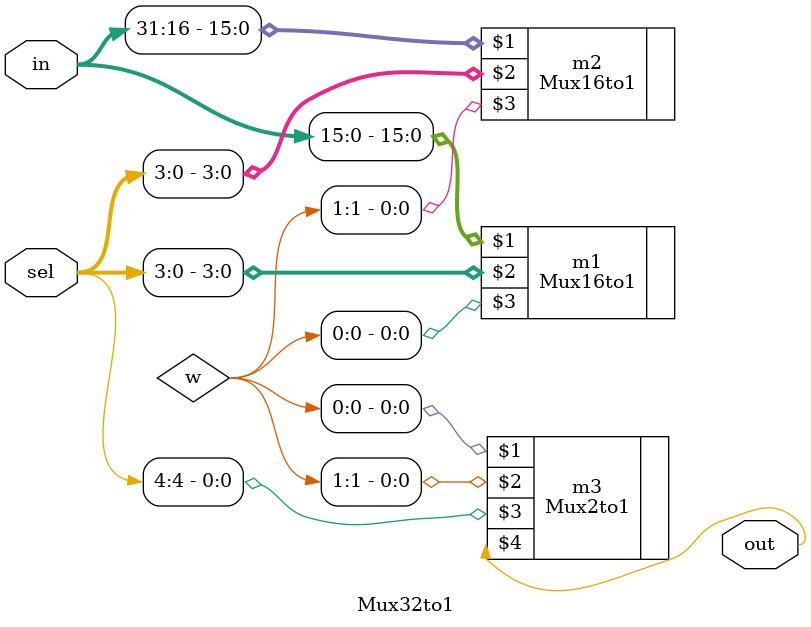
<source format=v>
`timescale 1ns / 1ps
module Mux32to1(
	input [31:0]in,
	input [4:0]sel, // select
	output out );
	
	wire [1:0]w;
	
	Mux16to1 m1(in[15:0], sel[3:0], w[0]);
	Mux16to1 m2(in[31:16], sel[3:0], w[1]);
	Mux2to1 m3(w[0], w[1], sel[4], out);	
	
endmodule

</source>
